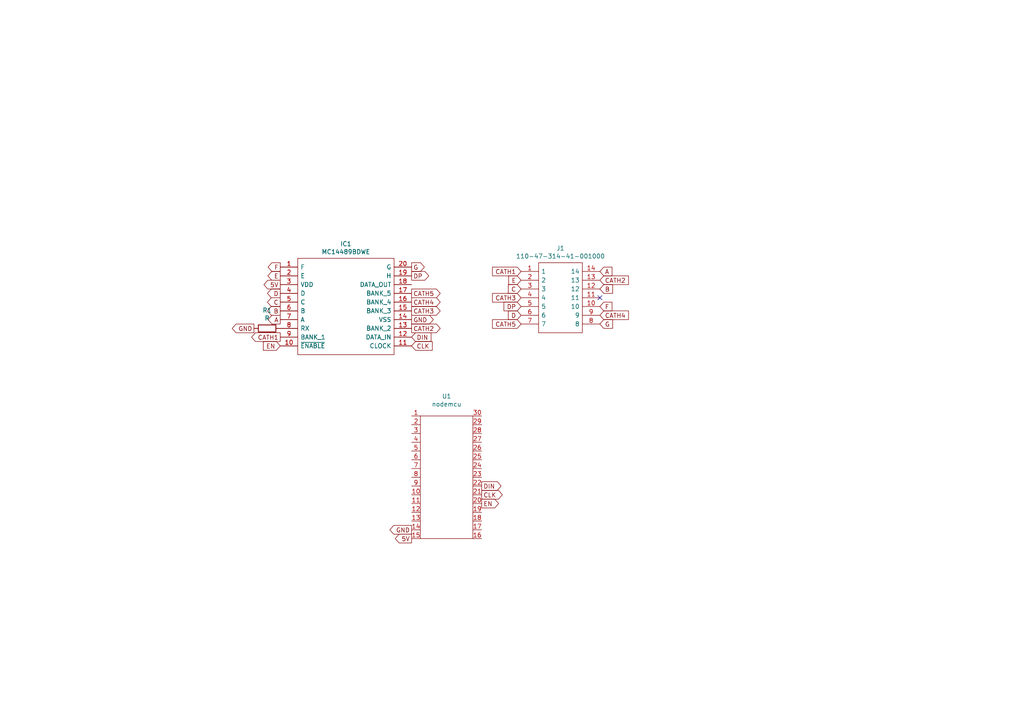
<source format=kicad_sch>
(kicad_sch (version 20211123) (generator eeschema)

  (uuid 089ab35e-50a0-4921-8cb3-cc8fde8af982)

  (paper "A4")

  (lib_symbols
    (symbol "Device:R" (pin_numbers hide) (pin_names (offset 0)) (in_bom yes) (on_board yes)
      (property "Reference" "R" (id 0) (at 2.032 0 90)
        (effects (font (size 1.27 1.27)))
      )
      (property "Value" "R" (id 1) (at 0 0 90)
        (effects (font (size 1.27 1.27)))
      )
      (property "Footprint" "" (id 2) (at -1.778 0 90)
        (effects (font (size 1.27 1.27)) hide)
      )
      (property "Datasheet" "~" (id 3) (at 0 0 0)
        (effects (font (size 1.27 1.27)) hide)
      )
      (property "ki_keywords" "R res resistor" (id 4) (at 0 0 0)
        (effects (font (size 1.27 1.27)) hide)
      )
      (property "ki_description" "Resistor" (id 5) (at 0 0 0)
        (effects (font (size 1.27 1.27)) hide)
      )
      (property "ki_fp_filters" "R_*" (id 6) (at 0 0 0)
        (effects (font (size 1.27 1.27)) hide)
      )
      (symbol "R_0_1"
        (rectangle (start -1.016 -2.54) (end 1.016 2.54)
          (stroke (width 0.254) (type default) (color 0 0 0 0))
          (fill (type none))
        )
      )
      (symbol "R_1_1"
        (pin passive line (at 0 3.81 270) (length 1.27)
          (name "~" (effects (font (size 1.27 1.27))))
          (number "1" (effects (font (size 1.27 1.27))))
        )
        (pin passive line (at 0 -3.81 90) (length 1.27)
          (name "~" (effects (font (size 1.27 1.27))))
          (number "2" (effects (font (size 1.27 1.27))))
        )
      )
    )
    (symbol "SamacSys_Parts:110-47-314-41-001000" (pin_names (offset 0.762)) (in_bom yes) (on_board yes)
      (property "Reference" "J" (id 0) (at 19.05 7.62 0)
        (effects (font (size 1.27 1.27)) (justify left))
      )
      (property "Value" "110-47-314-41-001000" (id 1) (at 19.05 5.08 0)
        (effects (font (size 1.27 1.27)) (justify left))
      )
      (property "Footprint" "DIPS762W51P254L1778H419Q14N" (id 2) (at 19.05 2.54 0)
        (effects (font (size 1.27 1.27)) (justify left) hide)
      )
      (property "Datasheet" "https://componentsearchengine.com/Datasheets/2/110-47-314-41-001000.pdf" (id 3) (at 19.05 0 0)
        (effects (font (size 1.27 1.27)) (justify left) hide)
      )
      (property "Description" "IC & Component Sockets STANDRD SOLDER TAIL DIP SOCKET" (id 4) (at 19.05 -2.54 0)
        (effects (font (size 1.27 1.27)) (justify left) hide)
      )
      (property "Height" "4.191" (id 5) (at 19.05 -5.08 0)
        (effects (font (size 1.27 1.27)) (justify left) hide)
      )
      (property "Mouser Part Number" "575-1104731441001000" (id 6) (at 19.05 -7.62 0)
        (effects (font (size 1.27 1.27)) (justify left) hide)
      )
      (property "Mouser Price/Stock" "https://www.mouser.co.uk/ProductDetail/Mill-Max/110-47-314-41-001000?qs=5aG0NVq1C4ysyq77BxEvbg%3D%3D" (id 7) (at 19.05 -10.16 0)
        (effects (font (size 1.27 1.27)) (justify left) hide)
      )
      (property "Manufacturer_Name" "Mill-Max" (id 8) (at 19.05 -12.7 0)
        (effects (font (size 1.27 1.27)) (justify left) hide)
      )
      (property "Manufacturer_Part_Number" "110-47-314-41-001000" (id 9) (at 19.05 -15.24 0)
        (effects (font (size 1.27 1.27)) (justify left) hide)
      )
      (symbol "110-47-314-41-001000_0_0"
        (pin passive line (at 0 0 0) (length 5.08)
          (name "1" (effects (font (size 1.27 1.27))))
          (number "1" (effects (font (size 1.27 1.27))))
        )
        (pin passive line (at 22.86 -10.16 180) (length 5.08)
          (name "10" (effects (font (size 1.27 1.27))))
          (number "10" (effects (font (size 1.27 1.27))))
        )
        (pin passive line (at 22.86 -7.62 180) (length 5.08)
          (name "11" (effects (font (size 1.27 1.27))))
          (number "11" (effects (font (size 1.27 1.27))))
        )
        (pin passive line (at 22.86 -5.08 180) (length 5.08)
          (name "12" (effects (font (size 1.27 1.27))))
          (number "12" (effects (font (size 1.27 1.27))))
        )
        (pin passive line (at 22.86 -2.54 180) (length 5.08)
          (name "13" (effects (font (size 1.27 1.27))))
          (number "13" (effects (font (size 1.27 1.27))))
        )
        (pin passive line (at 22.86 0 180) (length 5.08)
          (name "14" (effects (font (size 1.27 1.27))))
          (number "14" (effects (font (size 1.27 1.27))))
        )
        (pin passive line (at 0 -2.54 0) (length 5.08)
          (name "2" (effects (font (size 1.27 1.27))))
          (number "2" (effects (font (size 1.27 1.27))))
        )
        (pin passive line (at 0 -5.08 0) (length 5.08)
          (name "3" (effects (font (size 1.27 1.27))))
          (number "3" (effects (font (size 1.27 1.27))))
        )
        (pin passive line (at 0 -7.62 0) (length 5.08)
          (name "4" (effects (font (size 1.27 1.27))))
          (number "4" (effects (font (size 1.27 1.27))))
        )
        (pin passive line (at 0 -10.16 0) (length 5.08)
          (name "5" (effects (font (size 1.27 1.27))))
          (number "5" (effects (font (size 1.27 1.27))))
        )
        (pin passive line (at 0 -12.7 0) (length 5.08)
          (name "6" (effects (font (size 1.27 1.27))))
          (number "6" (effects (font (size 1.27 1.27))))
        )
        (pin passive line (at 0 -15.24 0) (length 5.08)
          (name "7" (effects (font (size 1.27 1.27))))
          (number "7" (effects (font (size 1.27 1.27))))
        )
        (pin passive line (at 22.86 -15.24 180) (length 5.08)
          (name "8" (effects (font (size 1.27 1.27))))
          (number "8" (effects (font (size 1.27 1.27))))
        )
        (pin passive line (at 22.86 -12.7 180) (length 5.08)
          (name "9" (effects (font (size 1.27 1.27))))
          (number "9" (effects (font (size 1.27 1.27))))
        )
      )
      (symbol "110-47-314-41-001000_0_1"
        (polyline
          (pts
            (xy 5.08 2.54)
            (xy 17.78 2.54)
            (xy 17.78 -17.78)
            (xy 5.08 -17.78)
            (xy 5.08 2.54)
          )
          (stroke (width 0.1524) (type default) (color 0 0 0 0))
          (fill (type none))
        )
      )
    )
    (symbol "SamacSys_Parts:MC14489BDWE" (pin_names (offset 0.762)) (in_bom yes) (on_board yes)
      (property "Reference" "IC" (id 0) (at 34.29 7.62 0)
        (effects (font (size 1.27 1.27)) (justify left))
      )
      (property "Value" "MC14489BDWE" (id 1) (at 34.29 5.08 0)
        (effects (font (size 1.27 1.27)) (justify left))
      )
      (property "Footprint" "SOIC127P1030X265-20N" (id 2) (at 34.29 2.54 0)
        (effects (font (size 1.27 1.27)) (justify left) hide)
      )
      (property "Datasheet" "http://www.nxp.com/docs/en/data-sheet/MC14489B.pdf" (id 3) (at 34.29 0 0)
        (effects (font (size 1.27 1.27)) (justify left) hide)
      )
      (property "Description" "Multicharacter LED Display/Lamp Driver" (id 4) (at 34.29 -2.54 0)
        (effects (font (size 1.27 1.27)) (justify left) hide)
      )
      (property "Height" "2.65" (id 5) (at 34.29 -5.08 0)
        (effects (font (size 1.27 1.27)) (justify left) hide)
      )
      (property "Manufacturer_Name" "NXP" (id 6) (at 34.29 -7.62 0)
        (effects (font (size 1.27 1.27)) (justify left) hide)
      )
      (property "Manufacturer_Part_Number" "MC14489BDWE" (id 7) (at 34.29 -10.16 0)
        (effects (font (size 1.27 1.27)) (justify left) hide)
      )
      (property "Mouser Part Number" "841-MC14489BDWE" (id 8) (at 34.29 -12.7 0)
        (effects (font (size 1.27 1.27)) (justify left) hide)
      )
      (property "Mouser Price/Stock" "https://www.mouser.co.uk/ProductDetail/NXP-Semiconductors/MC14489BDWE?qs=WDHotrS7dLaSGCOIvYF7tQ%3D%3D" (id 9) (at 34.29 -15.24 0)
        (effects (font (size 1.27 1.27)) (justify left) hide)
      )
      (property "Arrow Part Number" "MC14489BDWE" (id 10) (at 34.29 -17.78 0)
        (effects (font (size 1.27 1.27)) (justify left) hide)
      )
      (property "Arrow Price/Stock" "https://www.arrow.com/en/products/mc14489bdwe/nxp-semiconductors" (id 11) (at 34.29 -20.32 0)
        (effects (font (size 1.27 1.27)) (justify left) hide)
      )
      (property "ki_description" "Multicharacter LED Display/Lamp Driver" (id 12) (at 0 0 0)
        (effects (font (size 1.27 1.27)) hide)
      )
      (symbol "MC14489BDWE_0_0"
        (pin passive line (at 0 0 0) (length 5.08)
          (name "F" (effects (font (size 1.27 1.27))))
          (number "1" (effects (font (size 1.27 1.27))))
        )
        (pin passive line (at 0 -22.86 0) (length 5.08)
          (name "~{ENABLE}" (effects (font (size 1.27 1.27))))
          (number "10" (effects (font (size 1.27 1.27))))
        )
        (pin passive line (at 38.1 -22.86 180) (length 5.08)
          (name "CLOCK" (effects (font (size 1.27 1.27))))
          (number "11" (effects (font (size 1.27 1.27))))
        )
        (pin passive line (at 38.1 -20.32 180) (length 5.08)
          (name "DATA_IN" (effects (font (size 1.27 1.27))))
          (number "12" (effects (font (size 1.27 1.27))))
        )
        (pin passive line (at 38.1 -17.78 180) (length 5.08)
          (name "BANK_2" (effects (font (size 1.27 1.27))))
          (number "13" (effects (font (size 1.27 1.27))))
        )
        (pin passive line (at 38.1 -15.24 180) (length 5.08)
          (name "VSS" (effects (font (size 1.27 1.27))))
          (number "14" (effects (font (size 1.27 1.27))))
        )
        (pin passive line (at 38.1 -12.7 180) (length 5.08)
          (name "BANK_3" (effects (font (size 1.27 1.27))))
          (number "15" (effects (font (size 1.27 1.27))))
        )
        (pin passive line (at 38.1 -10.16 180) (length 5.08)
          (name "BANK_4" (effects (font (size 1.27 1.27))))
          (number "16" (effects (font (size 1.27 1.27))))
        )
        (pin passive line (at 38.1 -7.62 180) (length 5.08)
          (name "BANK_5" (effects (font (size 1.27 1.27))))
          (number "17" (effects (font (size 1.27 1.27))))
        )
        (pin passive line (at 38.1 -5.08 180) (length 5.08)
          (name "DATA_OUT" (effects (font (size 1.27 1.27))))
          (number "18" (effects (font (size 1.27 1.27))))
        )
        (pin passive line (at 38.1 -2.54 180) (length 5.08)
          (name "H" (effects (font (size 1.27 1.27))))
          (number "19" (effects (font (size 1.27 1.27))))
        )
        (pin passive line (at 0 -2.54 0) (length 5.08)
          (name "E" (effects (font (size 1.27 1.27))))
          (number "2" (effects (font (size 1.27 1.27))))
        )
        (pin passive line (at 38.1 0 180) (length 5.08)
          (name "G" (effects (font (size 1.27 1.27))))
          (number "20" (effects (font (size 1.27 1.27))))
        )
        (pin passive line (at 0 -5.08 0) (length 5.08)
          (name "VDD" (effects (font (size 1.27 1.27))))
          (number "3" (effects (font (size 1.27 1.27))))
        )
        (pin passive line (at 0 -7.62 0) (length 5.08)
          (name "D" (effects (font (size 1.27 1.27))))
          (number "4" (effects (font (size 1.27 1.27))))
        )
        (pin passive line (at 0 -10.16 0) (length 5.08)
          (name "C" (effects (font (size 1.27 1.27))))
          (number "5" (effects (font (size 1.27 1.27))))
        )
        (pin passive line (at 0 -12.7 0) (length 5.08)
          (name "B" (effects (font (size 1.27 1.27))))
          (number "6" (effects (font (size 1.27 1.27))))
        )
        (pin passive line (at 0 -15.24 0) (length 5.08)
          (name "A" (effects (font (size 1.27 1.27))))
          (number "7" (effects (font (size 1.27 1.27))))
        )
        (pin passive line (at 0 -17.78 0) (length 5.08)
          (name "RX" (effects (font (size 1.27 1.27))))
          (number "8" (effects (font (size 1.27 1.27))))
        )
        (pin passive line (at 0 -20.32 0) (length 5.08)
          (name "BANK_1" (effects (font (size 1.27 1.27))))
          (number "9" (effects (font (size 1.27 1.27))))
        )
      )
      (symbol "MC14489BDWE_0_1"
        (polyline
          (pts
            (xy 5.08 2.54)
            (xy 33.02 2.54)
            (xy 33.02 -25.4)
            (xy 5.08 -25.4)
            (xy 5.08 2.54)
          )
          (stroke (width 0.1524) (type default) (color 0 0 0 0))
          (fill (type none))
        )
      )
    )
    (symbol "SamacSys_Parts:nodemcu" (pin_names (offset 1.016)) (in_bom yes) (on_board yes)
      (property "Reference" "U" (id 0) (at 0 0 0)
        (effects (font (size 1.27 1.27)))
      )
      (property "Value" "nodemcu" (id 1) (at 0 2.54 0)
        (effects (font (size 1.27 1.27)))
      )
      (property "Footprint" "" (id 2) (at 0 0 0)
        (effects (font (size 1.27 1.27)) hide)
      )
      (property "Datasheet" "" (id 3) (at 0 0 0)
        (effects (font (size 1.27 1.27)) hide)
      )
      (symbol "nodemcu_0_1"
        (rectangle (start -7.62 40.64) (end 7.62 5.08)
          (stroke (width 0) (type default) (color 0 0 0 0))
          (fill (type none))
        )
      )
      (symbol "nodemcu_1_1"
        (pin input line (at -10.16 40.64 0) (length 2.54)
          (name "~" (effects (font (size 1.27 1.27))))
          (number "1" (effects (font (size 1.27 1.27))))
        )
        (pin input line (at -10.16 17.78 0) (length 2.54)
          (name "~" (effects (font (size 1.27 1.27))))
          (number "10" (effects (font (size 1.27 1.27))))
        )
        (pin input line (at -10.16 15.24 0) (length 2.54)
          (name "~" (effects (font (size 1.27 1.27))))
          (number "11" (effects (font (size 1.27 1.27))))
        )
        (pin input line (at -10.16 12.7 0) (length 2.54)
          (name "~" (effects (font (size 1.27 1.27))))
          (number "12" (effects (font (size 1.27 1.27))))
        )
        (pin input line (at -10.16 10.16 0) (length 2.54)
          (name "~" (effects (font (size 1.27 1.27))))
          (number "13" (effects (font (size 1.27 1.27))))
        )
        (pin input line (at -10.16 7.62 0) (length 2.54)
          (name "~" (effects (font (size 1.27 1.27))))
          (number "14" (effects (font (size 1.27 1.27))))
        )
        (pin input line (at -10.16 5.08 0) (length 2.54)
          (name "~" (effects (font (size 1.27 1.27))))
          (number "15" (effects (font (size 1.27 1.27))))
        )
        (pin input line (at 10.16 5.08 180) (length 2.54)
          (name "~" (effects (font (size 1.27 1.27))))
          (number "16" (effects (font (size 1.27 1.27))))
        )
        (pin input line (at 10.16 7.62 180) (length 2.54)
          (name "~" (effects (font (size 1.27 1.27))))
          (number "17" (effects (font (size 1.27 1.27))))
        )
        (pin input line (at 10.16 10.16 180) (length 2.54)
          (name "~" (effects (font (size 1.27 1.27))))
          (number "18" (effects (font (size 1.27 1.27))))
        )
        (pin input line (at 10.16 12.7 180) (length 2.54)
          (name "~" (effects (font (size 1.27 1.27))))
          (number "19" (effects (font (size 1.27 1.27))))
        )
        (pin input line (at -10.16 38.1 0) (length 2.54)
          (name "~" (effects (font (size 1.27 1.27))))
          (number "2" (effects (font (size 1.27 1.27))))
        )
        (pin input line (at 10.16 15.24 180) (length 2.54)
          (name "~" (effects (font (size 1.27 1.27))))
          (number "20" (effects (font (size 1.27 1.27))))
        )
        (pin input line (at 10.16 17.78 180) (length 2.54)
          (name "~" (effects (font (size 1.27 1.27))))
          (number "21" (effects (font (size 1.27 1.27))))
        )
        (pin input line (at 10.16 20.32 180) (length 2.54)
          (name "~" (effects (font (size 1.27 1.27))))
          (number "22" (effects (font (size 1.27 1.27))))
        )
        (pin input line (at 10.16 22.86 180) (length 2.54)
          (name "~" (effects (font (size 1.27 1.27))))
          (number "23" (effects (font (size 1.27 1.27))))
        )
        (pin input line (at 10.16 25.4 180) (length 2.54)
          (name "~" (effects (font (size 1.27 1.27))))
          (number "24" (effects (font (size 1.27 1.27))))
        )
        (pin input line (at 10.16 27.94 180) (length 2.54)
          (name "~" (effects (font (size 1.27 1.27))))
          (number "25" (effects (font (size 1.27 1.27))))
        )
        (pin input line (at 10.16 30.48 180) (length 2.54)
          (name "~" (effects (font (size 1.27 1.27))))
          (number "26" (effects (font (size 1.27 1.27))))
        )
        (pin input line (at 10.16 33.02 180) (length 2.54)
          (name "~" (effects (font (size 1.27 1.27))))
          (number "27" (effects (font (size 1.27 1.27))))
        )
        (pin input line (at 10.16 35.56 180) (length 2.54)
          (name "~" (effects (font (size 1.27 1.27))))
          (number "28" (effects (font (size 1.27 1.27))))
        )
        (pin input line (at 10.16 38.1 180) (length 2.54)
          (name "~" (effects (font (size 1.27 1.27))))
          (number "29" (effects (font (size 1.27 1.27))))
        )
        (pin input line (at -10.16 35.56 0) (length 2.54)
          (name "~" (effects (font (size 1.27 1.27))))
          (number "3" (effects (font (size 1.27 1.27))))
        )
        (pin input line (at 10.16 40.64 180) (length 2.54)
          (name "~" (effects (font (size 1.27 1.27))))
          (number "30" (effects (font (size 1.27 1.27))))
        )
        (pin input line (at -10.16 33.02 0) (length 2.54)
          (name "~" (effects (font (size 1.27 1.27))))
          (number "4" (effects (font (size 1.27 1.27))))
        )
        (pin input line (at -10.16 30.48 0) (length 2.54)
          (name "~" (effects (font (size 1.27 1.27))))
          (number "5" (effects (font (size 1.27 1.27))))
        )
        (pin input line (at -10.16 27.94 0) (length 2.54)
          (name "~" (effects (font (size 1.27 1.27))))
          (number "6" (effects (font (size 1.27 1.27))))
        )
        (pin input line (at -10.16 25.4 0) (length 2.54)
          (name "~" (effects (font (size 1.27 1.27))))
          (number "7" (effects (font (size 1.27 1.27))))
        )
        (pin input line (at -10.16 22.86 0) (length 2.54)
          (name "~" (effects (font (size 1.27 1.27))))
          (number "8" (effects (font (size 1.27 1.27))))
        )
        (pin input line (at -10.16 20.32 0) (length 2.54)
          (name "~" (effects (font (size 1.27 1.27))))
          (number "9" (effects (font (size 1.27 1.27))))
        )
      )
    )
  )


  (no_connect (at 173.99 86.36) (uuid 2b22ddac-c3cc-4663-a470-8ba85b59a4d5))

  (global_label "CATH4" (shape input) (at 173.99 91.44 0) (fields_autoplaced)
    (effects (font (size 1.27 1.27)) (justify left))
    (uuid 05fc89a5-d1f8-4e39-8033-34e7df95cb1d)
    (property "Intersheet References" "${INTERSHEET_REFS}" (id 0) (at 0 0 0)
      (effects (font (size 1.27 1.27)) hide)
    )
  )
  (global_label "DP" (shape input) (at 151.13 88.9 180) (fields_autoplaced)
    (effects (font (size 1.27 1.27)) (justify right))
    (uuid 078b9e43-d04f-4faa-8c80-a51c345e7377)
    (property "Intersheet References" "${INTERSHEET_REFS}" (id 0) (at 0 0 0)
      (effects (font (size 1.27 1.27)) hide)
    )
  )
  (global_label "5V" (shape output) (at 81.28 82.55 180) (fields_autoplaced)
    (effects (font (size 1.27 1.27)) (justify right))
    (uuid 0c1041e7-7704-46e3-8d94-48ac920175de)
    (property "Intersheet References" "${INTERSHEET_REFS}" (id 0) (at 0 0 0)
      (effects (font (size 1.27 1.27)) hide)
    )
  )
  (global_label "CATH1" (shape input) (at 151.13 78.74 180) (fields_autoplaced)
    (effects (font (size 1.27 1.27)) (justify right))
    (uuid 18d87570-0a77-45f4-a576-8cfa0b613145)
    (property "Intersheet References" "${INTERSHEET_REFS}" (id 0) (at 0 0 0)
      (effects (font (size 1.27 1.27)) hide)
    )
  )
  (global_label "CATH3" (shape output) (at 119.38 90.17 0) (fields_autoplaced)
    (effects (font (size 1.27 1.27)) (justify left))
    (uuid 211d78bd-bbe3-4dfc-b483-b0d7e597f604)
    (property "Intersheet References" "${INTERSHEET_REFS}" (id 0) (at 0 0 0)
      (effects (font (size 1.27 1.27)) hide)
    )
  )
  (global_label "DIN" (shape output) (at 139.7 140.97 0) (fields_autoplaced)
    (effects (font (size 1.27 1.27)) (justify left))
    (uuid 226b8ec4-63c0-4ff6-8b6a-9b6d891711fa)
    (property "Intersheet References" "${INTERSHEET_REFS}" (id 0) (at 0 0 0)
      (effects (font (size 1.27 1.27)) hide)
    )
  )
  (global_label "F" (shape input) (at 173.99 88.9 0) (fields_autoplaced)
    (effects (font (size 1.27 1.27)) (justify left))
    (uuid 2442b542-3fcd-4b0f-aebb-b96a3bf70ce0)
    (property "Intersheet References" "${INTERSHEET_REFS}" (id 0) (at 0 0 0)
      (effects (font (size 1.27 1.27)) hide)
    )
  )
  (global_label "B" (shape input) (at 173.99 83.82 0) (fields_autoplaced)
    (effects (font (size 1.27 1.27)) (justify left))
    (uuid 2f37bb76-5193-482b-ad17-fff2c77c12ba)
    (property "Intersheet References" "${INTERSHEET_REFS}" (id 0) (at 0 0 0)
      (effects (font (size 1.27 1.27)) hide)
    )
  )
  (global_label "D" (shape input) (at 151.13 91.44 180) (fields_autoplaced)
    (effects (font (size 1.27 1.27)) (justify right))
    (uuid 2fc25409-abab-45a0-bfa1-d45f611789b9)
    (property "Intersheet References" "${INTERSHEET_REFS}" (id 0) (at 0 0 0)
      (effects (font (size 1.27 1.27)) hide)
    )
  )
  (global_label "CATH4" (shape output) (at 119.38 87.63 0) (fields_autoplaced)
    (effects (font (size 1.27 1.27)) (justify left))
    (uuid 30c57091-19a9-453f-8f54-85aafbb495a0)
    (property "Intersheet References" "${INTERSHEET_REFS}" (id 0) (at 0 0 0)
      (effects (font (size 1.27 1.27)) hide)
    )
  )
  (global_label "CLK" (shape input) (at 119.38 100.33 0) (fields_autoplaced)
    (effects (font (size 1.27 1.27)) (justify left))
    (uuid 31af995e-120d-415c-b40a-d2c19f82330e)
    (property "Intersheet References" "${INTERSHEET_REFS}" (id 0) (at 0 0 0)
      (effects (font (size 1.27 1.27)) hide)
    )
  )
  (global_label "E" (shape input) (at 151.13 81.28 180) (fields_autoplaced)
    (effects (font (size 1.27 1.27)) (justify right))
    (uuid 31d8b312-aaca-48ce-9b3b-0f77b036b281)
    (property "Intersheet References" "${INTERSHEET_REFS}" (id 0) (at 0 0 0)
      (effects (font (size 1.27 1.27)) hide)
    )
  )
  (global_label "C" (shape output) (at 81.28 87.63 180) (fields_autoplaced)
    (effects (font (size 1.27 1.27)) (justify right))
    (uuid 3e2d8dd8-7d9e-49cc-a66b-f5076d70ce73)
    (property "Intersheet References" "${INTERSHEET_REFS}" (id 0) (at 0 0 0)
      (effects (font (size 1.27 1.27)) hide)
    )
  )
  (global_label "CATH2" (shape output) (at 119.38 95.25 0) (fields_autoplaced)
    (effects (font (size 1.27 1.27)) (justify left))
    (uuid 4bbea855-292a-4cfe-beff-ae2e32accb65)
    (property "Intersheet References" "${INTERSHEET_REFS}" (id 0) (at 0 0 0)
      (effects (font (size 1.27 1.27)) hide)
    )
  )
  (global_label "DP" (shape output) (at 119.38 80.01 0) (fields_autoplaced)
    (effects (font (size 1.27 1.27)) (justify left))
    (uuid 564aa2f9-1aae-4dbe-80a9-2559d6d3151c)
    (property "Intersheet References" "${INTERSHEET_REFS}" (id 0) (at 0 0 0)
      (effects (font (size 1.27 1.27)) hide)
    )
  )
  (global_label "B" (shape output) (at 81.28 90.17 180) (fields_autoplaced)
    (effects (font (size 1.27 1.27)) (justify right))
    (uuid 650a9cf1-b9e5-4770-b016-fd04ae19308c)
    (property "Intersheet References" "${INTERSHEET_REFS}" (id 0) (at 0 0 0)
      (effects (font (size 1.27 1.27)) hide)
    )
  )
  (global_label "CATH1" (shape output) (at 81.28 97.79 180) (fields_autoplaced)
    (effects (font (size 1.27 1.27)) (justify right))
    (uuid 6f697657-3192-4c8c-84a8-f669028cfaf3)
    (property "Intersheet References" "${INTERSHEET_REFS}" (id 0) (at 0 0 0)
      (effects (font (size 1.27 1.27)) hide)
    )
  )
  (global_label "G" (shape input) (at 173.99 93.98 0) (fields_autoplaced)
    (effects (font (size 1.27 1.27)) (justify left))
    (uuid 83f4e012-bdc7-4745-8fc8-5704e36062cc)
    (property "Intersheet References" "${INTERSHEET_REFS}" (id 0) (at 0 0 0)
      (effects (font (size 1.27 1.27)) hide)
    )
  )
  (global_label "CLK" (shape output) (at 139.7 143.51 0) (fields_autoplaced)
    (effects (font (size 1.27 1.27)) (justify left))
    (uuid 8a3831fb-83b5-4489-b02d-21b180befbe3)
    (property "Intersheet References" "${INTERSHEET_REFS}" (id 0) (at 0 0 0)
      (effects (font (size 1.27 1.27)) hide)
    )
  )
  (global_label "A" (shape input) (at 173.99 78.74 0) (fields_autoplaced)
    (effects (font (size 1.27 1.27)) (justify left))
    (uuid 8cc61633-fc4d-47d4-9208-a156b47efad3)
    (property "Intersheet References" "${INTERSHEET_REFS}" (id 0) (at 0 0 0)
      (effects (font (size 1.27 1.27)) hide)
    )
  )
  (global_label "G" (shape output) (at 119.38 77.47 0) (fields_autoplaced)
    (effects (font (size 1.27 1.27)) (justify left))
    (uuid 8f9478e2-2723-49f0-b5a2-cc05974a702d)
    (property "Intersheet References" "${INTERSHEET_REFS}" (id 0) (at 0 0 0)
      (effects (font (size 1.27 1.27)) hide)
    )
  )
  (global_label "EN" (shape output) (at 139.7 146.05 0) (fields_autoplaced)
    (effects (font (size 1.27 1.27)) (justify left))
    (uuid 979cd5b5-65a8-4532-8f5c-4f97d4aed280)
    (property "Intersheet References" "${INTERSHEET_REFS}" (id 0) (at 0 0 0)
      (effects (font (size 1.27 1.27)) hide)
    )
  )
  (global_label "GND" (shape output) (at 119.38 153.67 180) (fields_autoplaced)
    (effects (font (size 1.27 1.27)) (justify right))
    (uuid a4c53968-fd13-45a7-bcc5-4906610f4916)
    (property "Intersheet References" "${INTERSHEET_REFS}" (id 0) (at 0 0 0)
      (effects (font (size 1.27 1.27)) hide)
    )
  )
  (global_label "C" (shape input) (at 151.13 83.82 180) (fields_autoplaced)
    (effects (font (size 1.27 1.27)) (justify right))
    (uuid a57f562b-1f44-4951-b45c-de471d709c80)
    (property "Intersheet References" "${INTERSHEET_REFS}" (id 0) (at 0 0 0)
      (effects (font (size 1.27 1.27)) hide)
    )
  )
  (global_label "F" (shape output) (at 81.28 77.47 180) (fields_autoplaced)
    (effects (font (size 1.27 1.27)) (justify right))
    (uuid abe1206f-22f0-4224-82d1-38f5a855409b)
    (property "Intersheet References" "${INTERSHEET_REFS}" (id 0) (at 0 0 0)
      (effects (font (size 1.27 1.27)) hide)
    )
  )
  (global_label "E" (shape output) (at 81.28 80.01 180) (fields_autoplaced)
    (effects (font (size 1.27 1.27)) (justify right))
    (uuid bca9a388-c63d-4965-b98c-8db41a77badd)
    (property "Intersheet References" "${INTERSHEET_REFS}" (id 0) (at 0 0 0)
      (effects (font (size 1.27 1.27)) hide)
    )
  )
  (global_label "GND" (shape output) (at 73.66 95.25 180) (fields_autoplaced)
    (effects (font (size 1.27 1.27)) (justify right))
    (uuid bec03e98-a6e7-43e2-a7d1-4cae2acdfed7)
    (property "Intersheet References" "${INTERSHEET_REFS}" (id 0) (at 0 0 0)
      (effects (font (size 1.27 1.27)) hide)
    )
  )
  (global_label "D" (shape output) (at 81.28 85.09 180) (fields_autoplaced)
    (effects (font (size 1.27 1.27)) (justify right))
    (uuid c65c36d8-f1f6-4050-aa53-748a9aac7c8b)
    (property "Intersheet References" "${INTERSHEET_REFS}" (id 0) (at 0 0 0)
      (effects (font (size 1.27 1.27)) hide)
    )
  )
  (global_label "DIN" (shape input) (at 119.38 97.79 0) (fields_autoplaced)
    (effects (font (size 1.27 1.27)) (justify left))
    (uuid cb056508-55b2-4a3b-9257-aa5d1a241ea9)
    (property "Intersheet References" "${INTERSHEET_REFS}" (id 0) (at 0 0 0)
      (effects (font (size 1.27 1.27)) hide)
    )
  )
  (global_label "CATH5" (shape output) (at 119.38 85.09 0) (fields_autoplaced)
    (effects (font (size 1.27 1.27)) (justify left))
    (uuid cc059a28-1454-4c23-b6b2-acd5699db94c)
    (property "Intersheet References" "${INTERSHEET_REFS}" (id 0) (at 0 0 0)
      (effects (font (size 1.27 1.27)) hide)
    )
  )
  (global_label "A" (shape output) (at 81.28 92.71 180) (fields_autoplaced)
    (effects (font (size 1.27 1.27)) (justify right))
    (uuid cfa5129d-0efc-48d3-a2d5-9e55845c5aa2)
    (property "Intersheet References" "${INTERSHEET_REFS}" (id 0) (at 0 0 0)
      (effects (font (size 1.27 1.27)) hide)
    )
  )
  (global_label "CATH5" (shape input) (at 151.13 93.98 180) (fields_autoplaced)
    (effects (font (size 1.27 1.27)) (justify right))
    (uuid de6d9741-67ca-4529-892e-5323531f7dea)
    (property "Intersheet References" "${INTERSHEET_REFS}" (id 0) (at 0 0 0)
      (effects (font (size 1.27 1.27)) hide)
    )
  )
  (global_label "CATH3" (shape input) (at 151.13 86.36 180) (fields_autoplaced)
    (effects (font (size 1.27 1.27)) (justify right))
    (uuid eadd6747-3d4a-4726-9f62-534db8d0f1e8)
    (property "Intersheet References" "${INTERSHEET_REFS}" (id 0) (at 0 0 0)
      (effects (font (size 1.27 1.27)) hide)
    )
  )
  (global_label "5V" (shape output) (at 119.38 156.21 180) (fields_autoplaced)
    (effects (font (size 1.27 1.27)) (justify right))
    (uuid edc9de30-e778-4b81-9e66-86e63ead9892)
    (property "Intersheet References" "${INTERSHEET_REFS}" (id 0) (at 0 0 0)
      (effects (font (size 1.27 1.27)) hide)
    )
  )
  (global_label "CATH2" (shape input) (at 173.99 81.28 0) (fields_autoplaced)
    (effects (font (size 1.27 1.27)) (justify left))
    (uuid f21fa062-8cdb-4e2e-9e12-6b8a7b36f873)
    (property "Intersheet References" "${INTERSHEET_REFS}" (id 0) (at 0 0 0)
      (effects (font (size 1.27 1.27)) hide)
    )
  )
  (global_label "GND" (shape output) (at 119.38 92.71 0) (fields_autoplaced)
    (effects (font (size 1.27 1.27)) (justify left))
    (uuid f4446932-e81d-4c8f-acfb-758e4eaed5e8)
    (property "Intersheet References" "${INTERSHEET_REFS}" (id 0) (at 0 0 0)
      (effects (font (size 1.27 1.27)) hide)
    )
  )
  (global_label "EN" (shape input) (at 81.28 100.33 180) (fields_autoplaced)
    (effects (font (size 1.27 1.27)) (justify right))
    (uuid f5e0b14a-6deb-4063-a1e6-0b1df48b2be1)
    (property "Intersheet References" "${INTERSHEET_REFS}" (id 0) (at 0 0 0)
      (effects (font (size 1.27 1.27)) hide)
    )
  )

  (symbol (lib_id "SamacSys_Parts:MC14489BDWE") (at 81.28 77.47 0) (unit 1)
    (in_bom yes) (on_board yes)
    (uuid 00000000-0000-0000-0000-0000627b0109)
    (property "Reference" "IC1" (id 0) (at 100.33 70.739 0))
    (property "Value" "" (id 1) (at 100.33 73.0504 0))
    (property "Footprint" "" (id 2) (at 115.57 74.93 0)
      (effects (font (size 1.27 1.27)) (justify left) hide)
    )
    (property "Datasheet" "http://www.nxp.com/docs/en/data-sheet/MC14489B.pdf" (id 3) (at 115.57 77.47 0)
      (effects (font (size 1.27 1.27)) (justify left) hide)
    )
    (property "Description" "Multicharacter LED Display/Lamp Driver" (id 4) (at 115.57 80.01 0)
      (effects (font (size 1.27 1.27)) (justify left) hide)
    )
    (property "Height" "2.65" (id 5) (at 115.57 82.55 0)
      (effects (font (size 1.27 1.27)) (justify left) hide)
    )
    (property "Manufacturer_Name" "NXP" (id 6) (at 115.57 85.09 0)
      (effects (font (size 1.27 1.27)) (justify left) hide)
    )
    (property "Manufacturer_Part_Number" "MC14489BDWE" (id 7) (at 115.57 87.63 0)
      (effects (font (size 1.27 1.27)) (justify left) hide)
    )
    (property "Mouser Part Number" "841-MC14489BDWE" (id 8) (at 115.57 90.17 0)
      (effects (font (size 1.27 1.27)) (justify left) hide)
    )
    (property "Mouser Price/Stock" "https://www.mouser.co.uk/ProductDetail/NXP-Semiconductors/MC14489BDWE?qs=WDHotrS7dLaSGCOIvYF7tQ%3D%3D" (id 9) (at 115.57 92.71 0)
      (effects (font (size 1.27 1.27)) (justify left) hide)
    )
    (property "Arrow Part Number" "MC14489BDWE" (id 10) (at 115.57 95.25 0)
      (effects (font (size 1.27 1.27)) (justify left) hide)
    )
    (property "Arrow Price/Stock" "https://www.arrow.com/en/products/mc14489bdwe/nxp-semiconductors" (id 11) (at 115.57 97.79 0)
      (effects (font (size 1.27 1.27)) (justify left) hide)
    )
    (pin "1" (uuid 7570a96d-fec4-4052-99a6-0dcc03d1c736))
    (pin "10" (uuid cb812d12-4960-4fc0-82f0-6444aff877f8))
    (pin "11" (uuid bf4315e2-e553-4bb9-b219-f2c497e71a7d))
    (pin "12" (uuid 29228056-11d3-4d4b-8c89-b4ffe2bd9959))
    (pin "13" (uuid 8ebd606b-6ff7-48c2-b1ca-1ac5822ef918))
    (pin "14" (uuid 1882b865-c737-4636-b925-5ecbd4726a6a))
    (pin "15" (uuid 6df8f579-d025-4192-ba17-f4d3161b1fa7))
    (pin "16" (uuid 82b8116b-d9c7-426f-a005-e03ca002925c))
    (pin "17" (uuid 6e918a85-0239-4128-9100-4949e241f019))
    (pin "18" (uuid 6999202e-8de4-420c-b0cb-e25f6b742dc6))
    (pin "19" (uuid 8a9f1759-2d37-497d-8bd2-1413b4f5a33a))
    (pin "2" (uuid 0041501d-f286-4b5e-bbab-efb701272195))
    (pin "20" (uuid 118a1738-4fd6-490f-9f32-f4072e2e9e2b))
    (pin "3" (uuid 0cf54f34-9d78-417f-a616-5227e7f871c8))
    (pin "4" (uuid 77170ac9-680e-4564-ae2c-4dfc03b613fa))
    (pin "5" (uuid 55d27f69-c46f-405b-a3bf-3e34b0e6be9d))
    (pin "6" (uuid c8a553f6-0fef-4198-afac-8083596fc456))
    (pin "7" (uuid 64879e0c-20cf-494f-85e8-42009b8063d9))
    (pin "8" (uuid 0fbbbf2d-d415-42f4-91fe-0cb73aeb368a))
    (pin "9" (uuid 0224a00c-caae-49d1-9d4c-6ad7209532c9))
  )

  (symbol (lib_id "SamacSys_Parts:110-47-314-41-001000") (at 151.13 78.74 0) (unit 1)
    (in_bom yes) (on_board yes)
    (uuid 00000000-0000-0000-0000-0000627b1aa4)
    (property "Reference" "J1" (id 0) (at 162.56 72.009 0))
    (property "Value" "" (id 1) (at 162.56 74.3204 0))
    (property "Footprint" "" (id 2) (at 170.18 76.2 0)
      (effects (font (size 1.27 1.27)) (justify left) hide)
    )
    (property "Datasheet" "https://componentsearchengine.com/Datasheets/2/110-47-314-41-001000.pdf" (id 3) (at 170.18 78.74 0)
      (effects (font (size 1.27 1.27)) (justify left) hide)
    )
    (property "Description" "IC & Component Sockets STANDRD SOLDER TAIL DIP SOCKET" (id 4) (at 170.18 81.28 0)
      (effects (font (size 1.27 1.27)) (justify left) hide)
    )
    (property "Height" "4.191" (id 5) (at 170.18 83.82 0)
      (effects (font (size 1.27 1.27)) (justify left) hide)
    )
    (property "Mouser Part Number" "575-1104731441001000" (id 6) (at 170.18 86.36 0)
      (effects (font (size 1.27 1.27)) (justify left) hide)
    )
    (property "Mouser Price/Stock" "https://www.mouser.co.uk/ProductDetail/Mill-Max/110-47-314-41-001000?qs=5aG0NVq1C4ysyq77BxEvbg%3D%3D" (id 7) (at 170.18 88.9 0)
      (effects (font (size 1.27 1.27)) (justify left) hide)
    )
    (property "Manufacturer_Name" "Mill-Max" (id 8) (at 170.18 91.44 0)
      (effects (font (size 1.27 1.27)) (justify left) hide)
    )
    (property "Manufacturer_Part_Number" "110-47-314-41-001000" (id 9) (at 170.18 93.98 0)
      (effects (font (size 1.27 1.27)) (justify left) hide)
    )
    (pin "1" (uuid 71fa78ad-bdc6-4c16-a9fd-3503eda18214))
    (pin "10" (uuid b462d7ef-0489-4a33-b9b1-6c268ba9da79))
    (pin "11" (uuid 9df4de8c-beb5-4f45-8e61-d5ef931dfc43))
    (pin "12" (uuid 2ab41aa3-296a-47f7-bdd8-548f95e5ce0e))
    (pin "13" (uuid feb4e08e-654d-4154-a3b4-87dabf5a35c4))
    (pin "14" (uuid f20acde6-753f-4ace-9e7d-51a5e64c602c))
    (pin "2" (uuid 1a3a5aaa-57bd-4409-842a-4f40d511a55e))
    (pin "3" (uuid 6889a6d2-e32a-443c-8cbf-972a390fe51d))
    (pin "4" (uuid 87880f4f-406f-4854-a556-dacb5f90491c))
    (pin "5" (uuid 35c6d13c-608c-451c-bf2a-e5f068b9b6d2))
    (pin "6" (uuid dc667829-57c2-42c0-99cb-3a39d0cd5abc))
    (pin "7" (uuid 75102011-b3f1-4a3f-aee0-280086573c2a))
    (pin "8" (uuid da20797c-74d8-467e-9405-cfb49ac201fd))
    (pin "9" (uuid 443478b4-6c19-44b0-b6fc-a36e1e759a18))
  )

  (symbol (lib_id "SamacSys_Parts:nodemcu") (at 129.54 161.29 0) (unit 1)
    (in_bom yes) (on_board yes)
    (uuid 00000000-0000-0000-0000-0000627cb8e1)
    (property "Reference" "U1" (id 0) (at 129.54 114.935 0))
    (property "Value" "" (id 1) (at 129.54 117.2464 0))
    (property "Footprint" "" (id 2) (at 129.54 161.29 0)
      (effects (font (size 1.27 1.27)) hide)
    )
    (property "Datasheet" "" (id 3) (at 129.54 161.29 0)
      (effects (font (size 1.27 1.27)) hide)
    )
    (pin "1" (uuid da4b004a-2dbe-4e78-b299-302a27c6e476))
    (pin "10" (uuid 89908718-5009-424a-b9f2-c816257a0966))
    (pin "11" (uuid 9a208c0a-fab4-4317-b95d-3213b783c86d))
    (pin "12" (uuid e5bf11c5-ad4d-4adb-af61-0e2d6a5e1acb))
    (pin "13" (uuid ae0a6de1-1b92-4075-81d0-aaba7174474b))
    (pin "14" (uuid e8da363d-f41d-45a9-bd18-eedc4db82485))
    (pin "15" (uuid bc58622d-c7ae-4a7b-ac9f-c86f0b5fed12))
    (pin "16" (uuid e768bf44-febe-45e0-88d8-75c25ddec37f))
    (pin "17" (uuid ebfdff84-9af9-48a9-8ef8-b38eda06cce3))
    (pin "18" (uuid 25c1672f-5d89-4d36-9966-29cade990a71))
    (pin "19" (uuid 5b93c437-42f2-4c7e-b32a-a6a68727f051))
    (pin "2" (uuid d96d6843-020c-438f-a283-855ff0483a8b))
    (pin "20" (uuid 94614ee4-4bc0-4353-87da-64ea5c8980c0))
    (pin "21" (uuid ecd7e614-a5fc-4921-bcb3-610f8b230c3c))
    (pin "22" (uuid 96c08eb0-a488-4f2f-becf-4a0f6d170b03))
    (pin "23" (uuid 1ce1e244-35df-4340-8116-f7a8a97e30e2))
    (pin "24" (uuid 179c4803-0c5e-45ff-adaa-0525f8173ac7))
    (pin "25" (uuid 34748677-5a60-43c0-bb59-75a8421204ad))
    (pin "26" (uuid 1fc8ee85-e587-41c1-960a-4323bc524131))
    (pin "27" (uuid 5a1145ac-d523-4df4-a572-7f1d2a935f49))
    (pin "28" (uuid 0515f8fc-fe1c-491b-b249-d7f7017cf632))
    (pin "29" (uuid 5c13d816-4597-4088-9df1-e04a387f3f4f))
    (pin "3" (uuid 6fe75ae1-f3e6-486c-9b3e-9deb78eba5b4))
    (pin "30" (uuid 451a5d48-3e16-4005-9040-5bf7091fe4d8))
    (pin "4" (uuid 36e41a3b-1ff6-494c-99b8-eebcf5890155))
    (pin "5" (uuid 04be07e0-4dec-4719-a79c-50817c3b9472))
    (pin "6" (uuid f307882e-a74e-4a11-9bdf-8984ef5571ac))
    (pin "7" (uuid 68471634-aac9-4607-ac16-cdcbbefe5b3f))
    (pin "8" (uuid 90b46701-a45a-41a4-99f7-78a043d25538))
    (pin "9" (uuid 0ab57402-2df4-4a18-a811-0e9d8adf4d72))
  )

  (symbol (lib_id "Device:R") (at 77.47 95.25 270) (unit 1)
    (in_bom yes) (on_board yes)
    (uuid 00000000-0000-0000-0000-0000627cf30e)
    (property "Reference" "R1" (id 0) (at 77.47 89.9922 90))
    (property "Value" "" (id 1) (at 77.47 92.3036 90))
    (property "Footprint" "" (id 2) (at 77.47 93.472 90)
      (effects (font (size 1.27 1.27)) hide)
    )
    (property "Datasheet" "~" (id 3) (at 77.47 95.25 0)
      (effects (font (size 1.27 1.27)) hide)
    )
    (pin "1" (uuid befc86db-6bbf-45da-bcf8-cfac8fc7dd23))
    (pin "2" (uuid fc47ab22-9a9b-4b01-97da-f58e44b5de71))
  )

  (sheet_instances
    (path "/" (page "1"))
  )

  (symbol_instances
    (path "/00000000-0000-0000-0000-0000627b0109"
      (reference "IC1") (unit 1) (value "MC14489BDWE") (footprint "SamacSys_Parts:SOIC127P1030X265-20N")
    )
    (path "/00000000-0000-0000-0000-0000627b1aa4"
      (reference "J1") (unit 1) (value "110-47-314-41-001000") (footprint "SamacSys_Parts:DIPS762W51P254L1778H419Q14N")
    )
    (path "/00000000-0000-0000-0000-0000627cf30e"
      (reference "R1") (unit 1) (value "R") (footprint "Resistor_THT:R_Axial_DIN0207_L6.3mm_D2.5mm_P10.16mm_Horizontal")
    )
    (path "/00000000-0000-0000-0000-0000627cb8e1"
      (reference "U1") (unit 1) (value "nodemcu") (footprint "SamacSys_Parts:SEEED_113990105")
    )
  )
)

</source>
